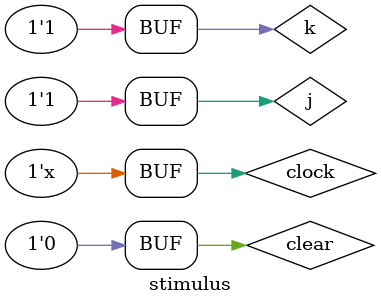
<source format=v>
module asynCounter(q,clock,clear,j,k);
	output [3:0]q;
	input clock,clear;
	input j , k;
	wire [3:0] qbar;

	JK j1(j,k,clear,clock,q[0],qbar[0]);
	JK j2(j,k,clear,q[0],q[1],qbar[1]);
	JK j3(j,k,clear,q[1],q[2],qbar[2]);
	JK j4(j,k,clear,q[2],q[3],qbar[3]);

endmodule

module stimulus();
	reg clock,clear,j,k;
	wire[3:0] q;
	asynCounter  s1(q,clock,clear,j,k);
	initial
	clock = 1'b0;	
	always
	#5 clock = ~clock;
	
	initial 
	begin 
		j = 1'b1;
		k = 1'b1;
		clear = 1'b0;
		#10 clear = 1'b1;	
		#160 clear = 1'b0;		
	end
endmodule
</source>
